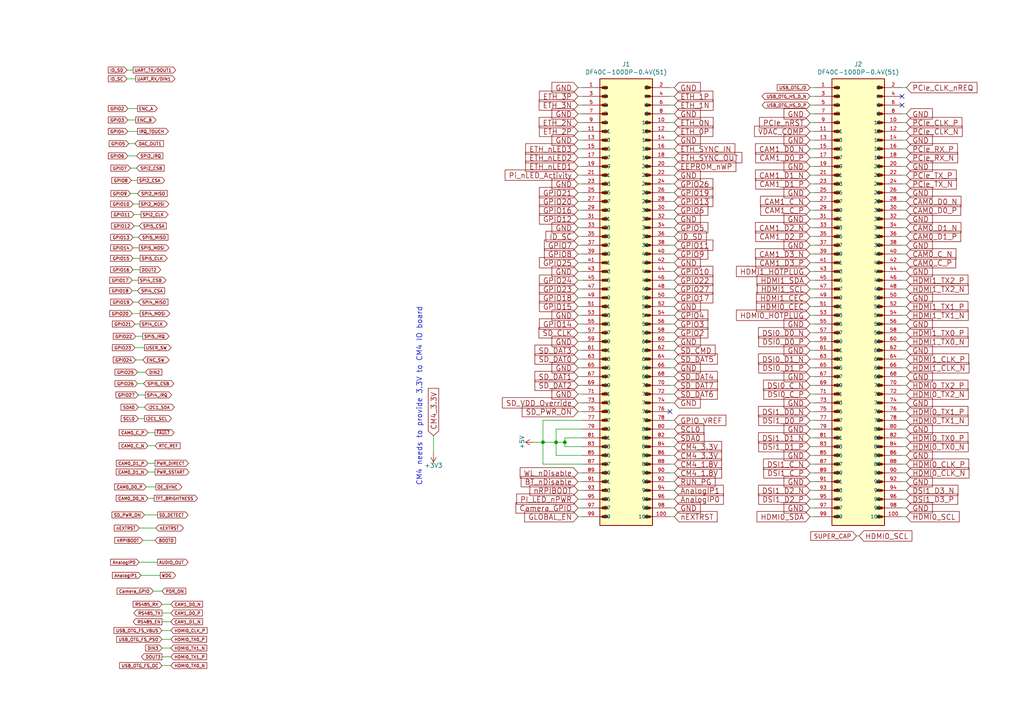
<source format=kicad_sch>
(kicad_sch (version 20230121) (generator eeschema)
  (paper "A4")
  (junction (at 157.48 128.27))
  (junction (at 163.83 128.27))
  (junction (at 161.29 128.27))
  (no_connect (at 261.62 27.94))
  (no_connect (at 194.31 119.38))
  (no_connect (at 261.62 30.48))
  (wire (pts (xy 167.64 88.9) (xy 168.91 88.9)))
  (wire (pts (xy 234.95 91.44) (xy 236.22 91.44)))
  (wire (pts (xy 261.62 106.68) (xy 262.89 106.68)))
  (wire (pts (xy 38.862 65.532) (xy 40.386 65.532)))
  (wire (pts (xy 194.31 149.86) (xy 195.58 149.86)))
  (wire (pts (xy 37.084 31.496) (xy 39.878 31.496)))
  (wire (pts (xy 236.22 134.62) (xy 234.95 134.62)))
  (wire (pts (xy 195.58 93.98) (xy 194.31 93.98)))
  (wire (pts (xy 194.31 139.7) (xy 195.58 139.7)))
  (wire (pts (xy 236.22 78.74) (xy 234.95 78.74)))
  (wire (pts (xy 261.62 38.1) (xy 262.89 38.1)))
  (wire (pts (xy 236.22 101.6) (xy 234.95 101.6)))
  (wire (pts (xy 157.48 128.27) (xy 154.94 128.27)))
  (wire (pts (xy 236.22 38.1) (xy 234.95 38.1)))
  (wire (pts (xy 261.62 111.76) (xy 262.89 111.76)))
  (wire (pts (xy 248.412 155.448) (xy 249.174 155.448)))
  (wire (pts (xy 42.926 125.476) (xy 44.958 125.476)))
  (wire (pts (xy 161.29 132.08) (xy 161.29 128.27)))
  (wire (pts (xy 234.95 27.94) (xy 236.22 27.94)))
  (wire (pts (xy 125.73 131.445) (xy 125.73 126.365)))
  (wire (pts (xy 194.31 132.08) (xy 195.58 132.08)))
  (wire (pts (xy 236.22 68.58) (xy 234.95 68.58)))
  (wire (pts (xy 38.608 68.834) (xy 40.132 68.834)))
  (wire (pts (xy 168.91 132.08) (xy 161.29 132.08)))
  (wire (pts (xy 261.62 149.86) (xy 262.89 149.86)))
  (wire (pts (xy 262.89 71.12) (xy 261.62 71.12)))
  (wire (pts (xy 261.62 137.16) (xy 262.89 137.16)))
  (wire (pts (xy 194.31 48.26) (xy 195.58 48.26)))
  (wire (pts (xy 262.89 104.14) (xy 261.62 104.14)))
  (wire (pts (xy 234.95 96.52) (xy 236.22 96.52)))
  (wire (pts (xy 236.22 139.7) (xy 234.95 139.7)))
  (wire (pts (xy 234.95 71.12) (xy 236.22 71.12)))
  (wire (pts (xy 167.64 139.7) (xy 168.91 139.7)))
  (wire (pts (xy 194.31 53.34) (xy 195.58 53.34)))
  (wire (pts (xy 168.91 48.26) (xy 167.64 48.26)))
  (wire (pts (xy 234.95 55.88) (xy 236.22 55.88)))
  (wire (pts (xy 168.91 43.18) (xy 167.64 43.18)))
  (wire (pts (xy 167.64 93.98) (xy 168.91 93.98)))
  (wire (pts (xy 261.62 45.72) (xy 262.89 45.72)))
  (wire (pts (xy 163.83 127) (xy 163.83 128.27)))
  (wire (pts (xy 262.89 63.5) (xy 261.62 63.5)))
  (wire (pts (xy 40.386 153.162) (xy 45.212 153.162)))
  (wire (pts (xy 194.31 101.6) (xy 195.58 101.6)))
  (wire (pts (xy 167.64 149.86) (xy 168.91 149.86)))
  (wire (pts (xy 36.83 20.32) (xy 38.608 20.32)))
  (wire (pts (xy 168.91 33.02) (xy 167.64 33.02)))
  (wire (pts (xy 194.31 91.44) (xy 195.58 91.44)))
  (wire (pts (xy 194.31 81.28) (xy 195.58 81.28)))
  (wire (pts (xy 194.31 86.36) (xy 195.58 86.36)))
  (wire (pts (xy 39.878 107.95) (xy 42.164 107.95)))
  (wire (pts (xy 194.31 114.3) (xy 195.58 114.3)))
  (wire (pts (xy 261.62 119.38) (xy 262.89 119.38)))
  (wire (pts (xy 39.37 97.536) (xy 41.402 97.536)))
  (wire (pts (xy 234.95 60.96) (xy 236.22 60.96)))
  (wire (pts (xy 167.64 25.4) (xy 168.91 25.4)))
  (wire (pts (xy 167.64 53.34) (xy 168.91 53.34)))
  (wire (pts (xy 38.354 81.28) (xy 40.132 81.28)))
  (wire (pts (xy 168.91 121.92) (xy 157.48 121.92)))
  (wire (pts (xy 37.846 56.134) (xy 39.878 56.134)))
  (wire (pts (xy 195.58 137.16) (xy 194.31 137.16)))
  (wire (pts (xy 262.89 55.88) (xy 261.62 55.88)))
  (wire (pts (xy 41.91 149.352) (xy 45.72 149.352)))
  (wire (pts (xy 262.89 86.36) (xy 261.62 86.36)))
  (wire (pts (xy 167.64 78.74) (xy 168.91 78.74)))
  (wire (pts (xy 234.95 119.38) (xy 236.22 119.38)))
  (wire (pts (xy 163.83 127) (xy 168.91 127)))
  (wire (pts (xy 194.31 104.14) (xy 195.58 104.14)))
  (wire (pts (xy 262.89 116.84) (xy 261.62 116.84)))
  (wire (pts (xy 168.91 142.24) (xy 167.64 142.24)))
  (wire (pts (xy 262.89 81.28) (xy 261.62 81.28)))
  (wire (pts (xy 261.62 78.74) (xy 262.89 78.74)))
  (wire (pts (xy 46.99 175.26) (xy 49.53 175.26)))
  (wire (pts (xy 195.58 99.06) (xy 194.31 99.06)))
  (wire (pts (xy 168.91 96.52) (xy 167.64 96.52)))
  (wire (pts (xy 195.58 88.9) (xy 194.31 88.9)))
  (wire (pts (xy 168.91 50.8) (xy 167.64 50.8)))
  (wire (pts (xy 161.29 128.27) (xy 157.48 128.27)))
  (wire (pts (xy 194.31 33.02) (xy 195.58 33.02)))
  (wire (pts (xy 194.31 63.5) (xy 195.58 63.5)))
  (wire (pts (xy 194.31 142.24) (xy 195.58 142.24)))
  (wire (pts (xy 236.22 43.18) (xy 234.95 43.18)))
  (wire (pts (xy 234.95 86.36) (xy 236.22 86.36)))
  (wire (pts (xy 46.99 190.5) (xy 49.53 190.5)))
  (wire (pts (xy 167.64 114.3) (xy 168.91 114.3)))
  (wire (pts (xy 194.31 109.22) (xy 195.58 109.22)))
  (wire (pts (xy 262.89 99.06) (xy 261.62 99.06)))
  (wire (pts (xy 195.58 66.04) (xy 194.31 66.04)))
  (wire (pts (xy 195.58 106.68) (xy 194.31 106.68)))
  (wire (pts (xy 168.91 91.44) (xy 167.64 91.44)))
  (wire (pts (xy 234.95 114.3) (xy 236.22 114.3)))
  (wire (pts (xy 46.99 187.96) (xy 49.53 187.96)))
  (wire (pts (xy 236.22 121.92) (xy 234.95 121.92)))
  (wire (pts (xy 236.22 33.02) (xy 234.95 33.02)))
  (wire (pts (xy 261.62 53.34) (xy 262.89 53.34)))
  (wire (pts (xy 194.31 147.32) (xy 195.58 147.32)))
  (wire (pts (xy 42.418 141.224) (xy 45.212 141.224)))
  (wire (pts (xy 262.89 48.26) (xy 261.62 48.26)))
  (wire (pts (xy 38.608 71.882) (xy 40.386 71.882)))
  (wire (pts (xy 234.95 144.78) (xy 236.22 144.78)))
  (wire (pts (xy 236.22 63.5) (xy 234.95 63.5)))
  (wire (pts (xy 167.64 106.68) (xy 168.91 106.68)))
  (wire (pts (xy 234.95 104.14) (xy 236.22 104.14)))
  (wire (pts (xy 167.64 27.94) (xy 168.91 27.94)))
  (wire (pts (xy 168.91 137.16) (xy 167.64 137.16)))
  (wire (pts (xy 261.62 68.58) (xy 262.89 68.58)))
  (wire (pts (xy 46.99 180.34) (xy 49.53 180.34)))
  (wire (pts (xy 167.64 38.1) (xy 168.91 38.1)))
  (wire (pts (xy 262.89 93.98) (xy 261.62 93.98)))
  (wire (pts (xy 261.62 127) (xy 262.89 127)))
  (wire (pts (xy 195.58 25.4) (xy 194.31 25.4)))
  (wire (pts (xy 39.37 104.394) (xy 41.402 104.394)))
  (wire (pts (xy 236.22 129.54) (xy 234.95 129.54)))
  (wire (pts (xy 262.89 109.22) (xy 261.62 109.22)))
  (wire (pts (xy 167.64 104.14) (xy 168.91 104.14)))
  (wire (pts (xy 262.89 134.62) (xy 261.62 134.62)))
  (wire (pts (xy 37.338 41.656) (xy 39.116 41.656)))
  (wire (pts (xy 168.91 81.28) (xy 167.64 81.28)))
  (wire (pts (xy 261.62 144.78) (xy 262.89 144.78)))
  (wire (pts (xy 262.89 129.54) (xy 261.62 129.54)))
  (wire (pts (xy 39.116 100.838) (xy 41.91 100.838)))
  (wire (pts (xy 261.62 83.82) (xy 262.89 83.82)))
  (wire (pts (xy 38.354 90.932) (xy 40.64 90.932)))
  (wire (pts (xy 195.58 71.12) (xy 194.31 71.12)))
  (wire (pts (xy 195.58 144.78) (xy 194.31 144.78)))
  (wire (pts (xy 39.878 111.252) (xy 41.656 111.252)))
  (wire (pts (xy 234.95 40.64) (xy 236.22 40.64)))
  (wire (pts (xy 195.58 116.84) (xy 194.31 116.84)))
  (wire (pts (xy 41.402 156.718) (xy 44.958 156.718)))
  (wire (pts (xy 40.132 114.554) (xy 42.164 114.554)))
  (wire (pts (xy 38.1 52.324) (xy 39.878 52.324)))
  (wire (pts (xy 194.31 124.46) (xy 195.58 124.46)))
  (wire (pts (xy 44.45 171.45) (xy 46.99 171.45)))
  (wire (pts (xy 262.89 33.02) (xy 261.62 33.02)))
  (wire (pts (xy 236.22 111.76) (xy 234.95 111.76)))
  (wire (pts (xy 234.95 132.08) (xy 236.22 132.08)))
  (wire (pts (xy 46.99 182.88) (xy 49.53 182.88)))
  (wire (pts (xy 37.846 48.768) (xy 39.624 48.768)))
  (wire (pts (xy 236.22 147.32) (xy 234.95 147.32)))
  (wire (pts (xy 194.31 27.94) (xy 195.58 27.94)))
  (wire (pts (xy 42.926 134.366) (xy 44.958 134.366)))
  (wire (pts (xy 167.64 99.06) (xy 168.91 99.06)))
  (wire (pts (xy 46.99 185.42) (xy 49.53 185.42)))
  (wire (pts (xy 194.31 73.66) (xy 195.58 73.66)))
  (wire (pts (xy 46.99 193.04) (xy 49.53 193.04)))
  (wire (pts (xy 236.22 93.98) (xy 234.95 93.98)))
  (wire (pts (xy 195.58 76.2) (xy 194.31 76.2)))
  (wire (pts (xy 168.91 76.2) (xy 167.64 76.2)))
  (wire (pts (xy 37.084 38.1) (xy 39.878 38.1)))
  (wire (pts (xy 194.31 38.1) (xy 195.58 38.1)))
  (wire (pts (xy 38.354 84.328) (xy 39.878 84.328)))
  (wire (pts (xy 161.29 124.46) (xy 161.29 128.27)))
  (wire (pts (xy 234.95 137.16) (xy 236.22 137.16)))
  (wire (pts (xy 40.132 118.11) (xy 41.91 118.11)))
  (wire (pts (xy 168.91 129.54) (xy 163.83 129.54)))
  (wire (pts (xy 37.084 45.212) (xy 39.624 45.212)))
  (wire (pts (xy 167.64 68.58) (xy 168.91 68.58)))
  (wire (pts (xy 168.91 101.6) (xy 167.64 101.6)))
  (wire (pts (xy 38.608 74.93) (xy 40.64 74.93)))
  (wire (pts (xy 261.62 60.96) (xy 262.89 60.96)))
  (wire (pts (xy 194.31 134.62) (xy 195.58 134.62)))
  (wire (pts (xy 236.22 58.42) (xy 234.95 58.42)))
  (wire (pts (xy 194.31 58.42) (xy 195.58 58.42)))
  (wire (pts (xy 195.58 111.76) (xy 194.31 111.76)))
  (wire (pts (xy 262.89 121.92) (xy 261.62 121.92)))
  (wire (pts (xy 168.91 109.22) (xy 167.64 109.22)))
  (wire (pts (xy 262.89 40.64) (xy 261.62 40.64)))
  (wire (pts (xy 234.95 25.4) (xy 236.22 25.4)))
  (wire (pts (xy 195.58 50.8) (xy 194.31 50.8)))
  (wire (pts (xy 168.91 86.36) (xy 167.64 86.36)))
  (wire (pts (xy 157.48 121.92) (xy 157.48 128.27)))
  (wire (pts (xy 168.91 144.78) (xy 167.64 144.78)))
  (wire (pts (xy 195.58 127) (xy 194.31 127)))
  (wire (pts (xy 234.95 50.8) (xy 236.22 50.8)))
  (wire (pts (xy 36.83 22.86) (xy 39.37 22.86)))
  (wire (pts (xy 168.91 124.46) (xy 161.29 124.46)))
  (wire (pts (xy 261.62 50.8) (xy 262.89 50.8)))
  (wire (pts (xy 261.62 91.44) (xy 262.89 91.44)))
  (wire (pts (xy 261.62 114.3) (xy 262.89 114.3)))
  (wire (pts (xy 234.95 35.56) (xy 236.22 35.56)))
  (wire (pts (xy 40.386 163.068) (xy 45.72 163.068)))
  (wire (pts (xy 167.64 45.72) (xy 168.91 45.72)))
  (wire (pts (xy 236.22 106.68) (xy 234.95 106.68)))
  (wire (pts (xy 194.31 78.74) (xy 195.58 78.74)))
  (wire (pts (xy 195.58 35.56) (xy 194.31 35.56)))
  (wire (pts (xy 168.91 111.76) (xy 167.64 111.76)))
  (wire (pts (xy 236.22 53.34) (xy 234.95 53.34)))
  (wire (pts (xy 261.62 66.04) (xy 262.89 66.04)))
  (wire (pts (xy 163.83 129.54) (xy 163.83 128.27)))
  (wire (pts (xy 157.48 128.27) (xy 157.48 134.62)))
  (wire (pts (xy 163.83 128.27) (xy 161.29 128.27)))
  (wire (pts (xy 167.64 58.42) (xy 168.91 58.42)))
  (wire (pts (xy 167.64 30.48) (xy 168.91 30.48)))
  (wire (pts (xy 38.608 59.182) (xy 40.386 59.182)))
  (wire (pts (xy 42.926 129.286) (xy 44.958 129.286)))
  (wire (pts (xy 195.58 40.64) (xy 194.31 40.64)))
  (wire (pts (xy 234.95 66.04) (xy 236.22 66.04)))
  (wire (pts (xy 262.89 76.2) (xy 261.62 76.2)))
  (wire (pts (xy 42.926 144.526) (xy 44.704 144.526)))
  (wire (pts (xy 194.31 68.58) (xy 195.58 68.58)))
  (wire (pts (xy 261.62 35.56) (xy 262.89 35.56)))
  (wire (pts (xy 168.91 71.12) (xy 167.64 71.12)))
  (wire (pts (xy 195.58 55.88) (xy 194.31 55.88)))
  (wire (pts (xy 37.084 34.798) (xy 39.37 34.798)))
  (wire (pts (xy 234.95 99.06) (xy 236.22 99.06)))
  (wire (pts (xy 236.22 73.66) (xy 234.95 73.66)))
  (wire (pts (xy 194.31 43.18) (xy 195.58 43.18)))
  (wire (pts (xy 261.62 73.66) (xy 262.89 73.66)))
  (wire (pts (xy 234.95 45.72) (xy 236.22 45.72)))
  (wire (pts (xy 262.89 142.24) (xy 261.62 142.24)))
  (wire (pts (xy 234.95 149.86) (xy 236.22 149.86)))
  (wire (pts (xy 195.58 121.92) (xy 194.31 121.92)))
  (wire (pts (xy 167.64 73.66) (xy 168.91 73.66)))
  (wire (pts (xy 40.894 166.878) (xy 46.482 166.878)))
  (wire (pts (xy 168.91 116.84) (xy 167.64 116.84)))
  (wire (pts (xy 234.95 76.2) (xy 236.22 76.2)))
  (wire (pts (xy 234.95 127) (xy 236.22 127)))
  (wire (pts (xy 236.22 48.26) (xy 234.95 48.26)))
  (wire (pts (xy 167.64 83.82) (xy 168.91 83.82)))
  (wire (pts (xy 167.64 63.5) (xy 168.91 63.5)))
  (wire (pts (xy 38.608 87.63) (xy 40.132 87.63)))
  (wire (pts (xy 168.91 55.88) (xy 167.64 55.88)))
  (wire (pts (xy 236.22 116.84) (xy 234.95 116.84)))
  (wire (pts (xy 261.62 25.4) (xy 262.89 25.4)))
  (wire (pts (xy 167.64 147.32) (xy 168.91 147.32)))
  (wire (pts (xy 234.95 124.46) (xy 236.22 124.46)))
  (wire (pts (xy 261.62 101.6) (xy 262.89 101.6)))
  (wire (pts (xy 38.862 62.23) (xy 40.894 62.23)))
  (wire (pts (xy 40.132 121.412) (xy 41.91 121.412)))
  (wire (pts (xy 261.62 139.7) (xy 262.89 139.7)))
  (wire (pts (xy 236.22 88.9) (xy 234.95 88.9)))
  (wire (pts (xy 168.91 66.04) (xy 167.64 66.04)))
  (wire (pts (xy 234.95 81.28) (xy 236.22 81.28)))
  (wire (pts (xy 46.99 177.8) (xy 49.53 177.8)))
  (wire (pts (xy 195.58 60.96) (xy 194.31 60.96)))
  (wire (pts (xy 261.62 43.18) (xy 262.89 43.18)))
  (wire (pts (xy 168.91 60.96) (xy 167.64 60.96)))
  (wire (pts (xy 167.64 40.64) (xy 168.91 40.64)))
  (wire (pts (xy 195.58 45.72) (xy 194.31 45.72)))
  (wire (pts (xy 195.58 30.48) (xy 194.31 30.48)))
  (wire (pts (xy 262.89 147.32) (xy 261.62 147.32)))
  (wire (pts (xy 194.31 96.52) (xy 195.58 96.52)))
  (wire (pts (xy 234.95 30.48) (xy 236.22 30.48)))
  (wire (pts (xy 157.48 134.62) (xy 168.91 134.62)))
  (wire (pts (xy 194.31 129.54) (xy 195.58 129.54)))
  (wire (pts (xy 261.62 96.52) (xy 262.89 96.52)))
  (wire (pts (xy 262.89 58.42) (xy 261.62 58.42)))
  (wire (pts (xy 38.608 78.232) (xy 40.64 78.232)))
  (wire (pts (xy 236.22 83.82) (xy 234.95 83.82)))
  (wire (pts (xy 42.926 136.906) (xy 44.958 136.906)))
  (wire (pts (xy 234.95 142.24) (xy 236.22 142.24)))
  (wire (pts (xy 167.64 35.56) (xy 168.91 35.56)))
  (wire (pts (xy 195.58 83.82) (xy 194.31 83.82)))
  (wire (pts (xy 261.62 88.9) (xy 262.89 88.9)))
  (wire (pts (xy 261.62 132.08) (xy 262.89 132.08)))
  (wire (pts (xy 234.95 109.22) (xy 236.22 109.22)))
  (wire (pts (xy 39.116 93.98) (xy 40.64 93.98)))
  (wire (pts (xy 261.62 124.46) (xy 262.89 124.46)))
  (wire (pts (xy 167.64 119.38) (xy 168.91 119.38)))
  (text "CM4 needs to provide 3.3V to CM4 IO board" (at 122.555 140.97 90) (effects (font (size 1.524 1.524)) (justify left bottom)))
  (global_label "GND" (shape input) (at 167.64 33.02 180) (effects (font (size 1.524 1.524))) (property "Intersheetrefs" "${INTERSHEET_REFS}" (effects hide)))
  (global_label "GPIO14" (shape input) (at 38.608 71.882 180) (effects (font (size 0.889 0.889))) (property "Intersheetrefs" "${INTERSHEET_REFS}" (effects hide)))
  (global_label "HDMI0_CLK_P" (shape input) (at 49.53 182.88 0) (effects (font (size 0.889 0.889))) (property "Intersheetrefs" "${INTERSHEET_REFS}" (effects hide)))
  (global_label "ENC_A" (shape output) (at 39.878 31.496 0) (effects (font (size 0.889 0.889))) (property "Intersheetrefs" "${INTERSHEET_REFS}" (effects hide)))
  (global_label "SD_CMD" (shape input) (at 195.58 101.6 0) (effects (font (size 1.524 1.524))) (property "Intersheetrefs" "${INTERSHEET_REFS}" (effects hide)))
  (global_label "ETH_SYNC_IN" (shape input) (at 195.58 43.18 0) (effects (font (size 1.524 1.524))) (property "Intersheetrefs" "${INTERSHEET_REFS}" (effects hide)))
  (global_label "GPIO17" (shape input) (at 38.354 81.28 180) (effects (font (size 0.889 0.889))) (property "Intersheetrefs" "${INTERSHEET_REFS}" (effects hide)))
  (global_label "HDMI1_TX1_P" (shape input) (at 262.89 88.9 0) (effects (font (size 1.524 1.524))) (property "Intersheetrefs" "${INTERSHEET_REFS}" (effects hide)))
  (global_label "CAM1_D3_P" (shape input) (at 234.95 76.2 180) (effects (font (size 1.524 1.524))) (property "Intersheetrefs" "${INTERSHEET_REFS}" (effects hide)))
  (global_label "USB_OTG_FS_PSO" (shape input) (at 46.99 185.42 180) (effects (font (size 0.889 0.889))) (property "Intersheetrefs" "${INTERSHEET_REFS}" (effects hide)))
  (global_label "HDMI1_TX2_N" (shape input) (at 262.89 83.82 0) (effects (font (size 1.524 1.524))) (property "Intersheetrefs" "${INTERSHEET_REFS}" (effects hide)))
  (global_label "ID_SC" (shape input) (at 36.83 22.86 180) (effects (font (size 0.889 0.889))) (property "Intersheetrefs" "${INTERSHEET_REFS}" (effects hide)))
  (global_label "HDMI1_CEC" (shape input) (at 234.95 86.36 180) (effects (font (size 1.524 1.524))) (property "Intersheetrefs" "${INTERSHEET_REFS}" (effects hide)))
  (global_label "GND" (shape input) (at 234.95 147.32 180) (effects (font (size 1.524 1.524))) (property "Intersheetrefs" "${INTERSHEET_REFS}" (effects hide)))
  (global_label "CM4_1.8V" (shape input) (at 195.58 134.62 0) (effects (font (size 1.524 1.524))) (property "Intersheetrefs" "${INTERSHEET_REFS}" (effects hide)))
  (global_label "GPIO5" (shape input) (at 37.338 41.656 180) (effects (font (size 0.889 0.889))) (property "Intersheetrefs" "${INTERSHEET_REFS}" (effects hide)))
  (global_label "CAM1_D0_N" (shape input) (at 49.53 175.26 0) (effects (font (size 0.889 0.889))) (property "Intersheetrefs" "${INTERSHEET_REFS}" (effects hide)))
  (global_label "GPIO26" (shape input) (at 195.58 53.34 0) (effects (font (size 1.524 1.524))) (property "Intersheetrefs" "${INTERSHEET_REFS}" (effects hide)))
  (global_label "PCIe_CLK_P" (shape input) (at 262.89 35.56 0) (effects (font (size 1.524 1.524))) (property "Intersheetrefs" "${INTERSHEET_REFS}" (effects hide)))
  (global_label "CAM1_D1_N" (shape input) (at 234.95 50.8 180) (effects (font (size 1.524 1.524))) (property "Intersheetrefs" "${INTERSHEET_REFS}" (effects hide)))
  (global_label "USB_OTG_ID" (shape input) (at 234.95 25.4 180) (effects (font (size 0.889 0.889))) (property "Intersheetrefs" "${INTERSHEET_REFS}" (effects hide)))
  (global_label "GND" (shape input) (at 195.58 63.5 0) (effects (font (size 1.524 1.524))) (property "Intersheetrefs" "${INTERSHEET_REFS}" (effects hide)))
  (global_label "ID_SC" (shape input) (at 167.64 68.58 180) (effects (font (size 1.524 1.524))) (property "Intersheetrefs" "${INTERSHEET_REFS}" (effects hide)))
  (global_label "PCIe_CLK_N" (shape input) (at 262.89 38.1 0) (effects (font (size 1.524 1.524))) (property "Intersheetrefs" "${INTERSHEET_REFS}" (effects hide)))
  (global_label "GND" (shape input) (at 167.64 91.44 180) (effects (font (size 1.524 1.524))) (property "Intersheetrefs" "${INTERSHEET_REFS}" (effects hide)))
  (global_label "CAM1_C_N" (shape input) (at 234.95 58.42 180) (effects (font (size 1.524 1.524))) (property "Intersheetrefs" "${INTERSHEET_REFS}" (effects hide)))
  (global_label "GPIO3" (shape input) (at 195.58 93.98 0) (effects (font (size 1.524 1.524))) (property "Intersheetrefs" "${INTERSHEET_REFS}" (effects hide)))
  (global_label "GPIO8" (shape input) (at 38.1 52.324 180) (effects (font (size 0.889 0.889))) (property "Intersheetrefs" "${INTERSHEET_REFS}" (effects hide)))
  (global_label "nEXTRST" (shape bidirectional) (at 45.212 153.162 0) (effects (font (size 0.889 0.889))) (property "Intersheetrefs" "${INTERSHEET_REFS}" (effects hide)))
  (global_label "GND" (shape input) (at 195.58 25.4 0) (effects (font (size 1.524 1.524))) (property "Intersheetrefs" "${INTERSHEET_REFS}" (effects hide)))
  (global_label "ETH_2N" (shape input) (at 167.64 35.56 180) (effects (font (size 1.524 1.524))) (property "Intersheetrefs" "${INTERSHEET_REFS}" (effects hide)))
  (global_label "HDMI0_CLK_N" (shape input) (at 262.89 137.16 0) (effects (font (size 1.524 1.524))) (property "Intersheetrefs" "${INTERSHEET_REFS}" (effects hide)))
  (global_label "SDA0" (shape input) (at 195.58 127 0) (effects (font (size 1.524 1.524))) (property "Intersheetrefs" "${INTERSHEET_REFS}" (effects hide)))
  (global_label "SPI4_CSA" (shape input) (at 39.878 84.328 0) (effects (font (size 0.889 0.889))) (property "Intersheetrefs" "${INTERSHEET_REFS}" (effects hide)))
  (global_label "GPIO12" (shape input) (at 38.862 65.532 180) (effects (font (size 0.889 0.889))) (property "Intersheetrefs" "${INTERSHEET_REFS}" (effects hide)))
  (global_label "GPIO13" (shape input) (at 195.58 58.42 0) (effects (font (size 1.524 1.524))) (property "Intersheetrefs" "${INTERSHEET_REFS}" (effects hide)))
  (global_label "CAM0_C_N" (shape input) (at 42.926 129.286 180) (effects (font (size 0.889 0.889))) (property "Intersheetrefs" "${INTERSHEET_REFS}" (effects hide)))
  (global_label "RTC_REF" (shape input) (at 44.958 129.286 0) (effects (font (size 0.889 0.889))) (property "Intersheetrefs" "${INTERSHEET_REFS}" (effects hide)))
  (global_label "SPI4_CSB" (shape output) (at 40.132 81.28 0) (effects (font (size 0.889 0.889))) (property "Intersheetrefs" "${INTERSHEET_REFS}" (effects hide)))
  (global_label "GND" (shape input) (at 234.95 139.7 180) (effects (font (size 1.524 1.524))) (property "Intersheetrefs" "${INTERSHEET_REFS}" (effects hide)))
  (global_label "DSI0_C_N" (shape input) (at 234.95 111.76 180) (effects (font (size 1.524 1.524))) (property "Intersheetrefs" "${INTERSHEET_REFS}" (effects hide)))
  (global_label "GPIO9" (shape input) (at 37.846 56.134 180) (effects (font (size 0.889 0.889))) (property "Intersheetrefs" "${INTERSHEET_REFS}" (effects hide)))
  (global_label "DSI1_D0_P" (shape input) (at 234.95 121.92 180) (effects (font (size 1.524 1.524))) (property "Intersheetrefs" "${INTERSHEET_REFS}" (effects hide)))
  (global_label "RS485_TX" (shape output) (at 46.99 177.8 180) (effects (font (size 0.889 0.889))) (property "Intersheetrefs" "${INTERSHEET_REFS}" (effects hide)))
  (global_label "GPIO18" (shape input) (at 38.354 84.328 180) (effects (font (size 0.889 0.889))) (property "Intersheetrefs" "${INTERSHEET_REFS}" (effects hide)))
  (global_label "GND" (shape input) (at 262.89 147.32 0) (effects (font (size 1.524 1.524))) (property "Intersheetrefs" "${INTERSHEET_REFS}" (effects hide)))
  (global_label "SPI4_MOSI" (shape output) (at 40.64 90.932 0) (effects (font (size 0.889 0.889))) (property "Intersheetrefs" "${INTERSHEET_REFS}" (effects hide)))
  (global_label "PWR_DIRECT" (shape output) (at 44.958 134.366 0) (effects (font (size 0.889 0.889))) (property "Intersheetrefs" "${INTERSHEET_REFS}" (effects hide)))
  (global_label "GND" (shape input) (at 195.58 76.2 0) (effects (font (size 1.524 1.524))) (property "Intersheetrefs" "${INTERSHEET_REFS}" (effects hide)))
  (global_label "GPIO13" (shape input) (at 38.608 68.834 180) (effects (font (size 0.889 0.889))) (property "Intersheetrefs" "${INTERSHEET_REFS}" (effects hide)))
  (global_label "GND" (shape input) (at 262.89 109.22 0) (effects (font (size 1.524 1.524))) (property "Intersheetrefs" "${INTERSHEET_REFS}" (effects hide)))
  (global_label "ID_SD" (shape input) (at 195.58 68.58 0) (effects (font (size 1.524 1.524))) (property "Intersheetrefs" "${INTERSHEET_REFS}" (effects hide)))
  (global_label "ETH_nLED1" (shape input) (at 167.64 48.26 180) (effects (font (size 1.524 1.524))) (property "Intersheetrefs" "${INTERSHEET_REFS}" (effects hide)))
  (global_label "GPIO25" (shape input) (at 39.878 107.95 180) (effects (font (size 0.889 0.889))) (property "Intersheetrefs" "${INTERSHEET_REFS}" (effects hide)))
  (global_label "GPIO27" (shape input) (at 40.132 114.554 180) (effects (font (size 0.889 0.889))) (property "Intersheetrefs" "${INTERSHEET_REFS}" (effects hide)))
  (global_label "HDMI0_TX1_P" (shape input) (at 262.89 119.38 0) (effects (font (size 1.524 1.524))) (property "Intersheetrefs" "${INTERSHEET_REFS}" (effects hide)))
  (global_label "ETH_3P" (shape input) (at 167.64 27.94 180) (effects (font (size 1.524 1.524))) (property "Intersheetrefs" "${INTERSHEET_REFS}" (effects hide)))
  (global_label "GPIO24" (shape input) (at 39.37 104.394 180) (effects (font (size 0.889 0.889))) (property "Intersheetrefs" "${INTERSHEET_REFS}" (effects hide)))
  (global_label "GND" (shape input) (at 167.64 66.04 180) (effects (font (size 1.524 1.524))) (property "Intersheetrefs" "${INTERSHEET_REFS}" (effects hide)))
  (global_label "AnalogIP0" (shape input) (at 195.58 144.78 0) (effects (font (size 1.524 1.524))) (property "Intersheetrefs" "${INTERSHEET_REFS}" (effects hide)))
  (global_label "SD_DAT5" (shape input) (at 195.58 104.14 0) (effects (font (size 1.524 1.524))) (property "Intersheetrefs" "${INTERSHEET_REFS}" (effects hide)))
  (global_label "GPIO6" (shape input) (at 37.084 45.212 180) (effects (font (size 0.889 0.889))) (property "Intersheetrefs" "${INTERSHEET_REFS}" (effects hide)))
  (global_label "ETH_1P" (shape input) (at 195.58 27.94 0) (effects (font (size 1.524 1.524))) (property "Intersheetrefs" "${INTERSHEET_REFS}" (effects hide)))
  (global_label "AnalogIP1" (shape input) (at 195.58 142.24 0) (effects (font (size 1.524 1.524))) (property "Intersheetrefs" "${INTERSHEET_REFS}" (effects hide)))
  (global_label "GPIO25" (shape input) (at 167.64 76.2 180) (effects (font (size 1.524 1.524))) (property "Intersheetrefs" "${INTERSHEET_REFS}" (effects hide)))
  (global_label "DSI1_D1_P" (shape input) (at 234.95 129.54 180) (effects (font (size 1.524 1.524))) (property "Intersheetrefs" "${INTERSHEET_REFS}" (effects hide)))
  (global_label "CAM1_D3_N" (shape input) (at 234.95 73.66 180) (effects (font (size 1.524 1.524))) (property "Intersheetrefs" "${INTERSHEET_REFS}" (effects hide)))
  (global_label "CAM1_D0_P" (shape input) (at 234.95 45.72 180) (effects (font (size 1.524 1.524))) (property "Intersheetrefs" "${INTERSHEET_REFS}" (effects hide)))
  (global_label "GPIO21" (shape input) (at 167.64 55.88 180) (effects (font (size 1.524 1.524))) (property "Intersheetrefs" "${INTERSHEET_REFS}" (effects hide)))
  (global_label "GND" (shape input) (at 262.89 33.02 0) (effects (font (size 1.524 1.524))) (property "Intersheetrefs" "${INTERSHEET_REFS}" (effects hide)))
  (global_label "ETH_0N" (shape input) (at 195.58 35.56 0) (effects (font (size 1.524 1.524))) (property "Intersheetrefs" "${INTERSHEET_REFS}" (effects hide)))
  (global_label "GND" (shape input) (at 262.89 101.6 0) (effects (font (size 1.524 1.524))) (property "Intersheetrefs" "${INTERSHEET_REFS}" (effects hide)))
  (global_label "HDMI0_SDA" (shape input) (at 234.95 149.86 180) (effects (font (size 1.524 1.524))) (property "Intersheetrefs" "${INTERSHEET_REFS}" (effects hide)))
  (global_label "GPIO22" (shape input) (at 195.58 81.28 0) (effects (font (size 1.524 1.524))) (property "Intersheetrefs" "${INTERSHEET_REFS}" (effects hide)))
  (global_label "ETH_2P" (shape input) (at 167.64 38.1 180) (effects (font (size 1.524 1.524))) (property "Intersheetrefs" "${INTERSHEET_REFS}" (effects hide)))
  (global_label "SD_DAT2" (shape input) (at 167.64 111.76 180) (effects (font (size 1.524 1.524))) (property "Intersheetrefs" "${INTERSHEET_REFS}" (effects hide)))
  (global_label "HDMI1_HOTPLUG" (shape input) (at 234.95 78.74 180) (effects (font (size 1.524 1.524))) (property "Intersheetrefs" "${INTERSHEET_REFS}" (effects hide)))
  (global_label "DOUT2" (shape output) (at 40.64 78.232 0) (effects (font (size 0.889 0.889))) (property "Intersheetrefs" "${INTERSHEET_REFS}" (effects hide)))
  (global_label "GND" (shape input) (at 195.58 50.8 0) (effects (font (size 1.524 1.524))) (property "Intersheetrefs" "${INTERSHEET_REFS}" (effects hide)))
  (global_label "OE_SYNC" (shape output) (at 45.212 141.224 0) (effects (font (size 0.889 0.889))) (property "Intersheetrefs" "${INTERSHEET_REFS}" (effects hide)))
  (global_label "HDMI0_TX0_N" (shape input) (at 262.89 129.54 0) (effects (font (size 1.524 1.524))) (property "Intersheetrefs" "${INTERSHEET_REFS}" (effects hide)))
  (global_label "HDMI1_TX0_P" (shape input) (at 262.89 96.52 0) (effects (font (size 1.524 1.524))) (property "Intersheetrefs" "${INTERSHEET_REFS}" (effects hide)))
  (global_label "CM4_1.8V" (shape input) (at 195.58 137.16 0) (effects (font (size 1.524 1.524))) (property "Intersheetrefs" "${INTERSHEET_REFS}" (effects hide)))
  (global_label "PDR_ON" (shape input) (at 46.99 171.45 0) (effects (font (size 0.889 0.889))) (property "Intersheetrefs" "${INTERSHEET_REFS}" (effects hide)))
  (global_label "HDMI0_TX1_N" (shape input) (at 49.53 187.96 0) (effects (font (size 0.889 0.889))) (property "Intersheetrefs" "${INTERSHEET_REFS}" (effects hide)))
  (global_label "HDMI1_TX2_P" (shape input) (at 262.89 81.28 0) (effects (font (size 1.524 1.524))) (property "Intersheetrefs" "${INTERSHEET_REFS}" (effects hide)))
  (global_label "HDMI0_TX0_P" (shape input) (at 262.89 127 0) (effects (font (size 1.524 1.524))) (property "Intersheetrefs" "${INTERSHEET_REFS}" (effects hide)))
  (global_label "SPI5_MOSI" (shape output) (at 40.386 71.882 0) (effects (font (size 0.889 0.889))) (property "Intersheetrefs" "${INTERSHEET_REFS}" (effects hide)))
  (global_label "GND" (shape input) (at 167.64 106.68 180) (effects (font (size 1.524 1.524))) (property "Intersheetrefs" "${INTERSHEET_REFS}" (effects hide)))
  (global_label "HDMI1_CLK_P" (shape input) (at 262.89 104.14 0) (effects (font (size 1.524 1.524))) (property "Intersheetrefs" "${INTERSHEET_REFS}" (effects hide)))
  (global_label "HDMI0_TX2_P" (shape input) (at 262.89 111.76 0) (effects (font (size 1.524 1.524))) (property "Intersheetrefs" "${INTERSHEET_REFS}" (effects hide)))
  (global_label "HDMI1_TX1_N" (shape input) (at 262.89 91.44 0) (effects (font (size 1.524 1.524))) (property "Intersheetrefs" "${INTERSHEET_REFS}" (effects hide)))
  (global_label "SD_VDD_Override" (shape input) (at 167.64 116.84 180) (effects (font (size 1.524 1.524))) (property "Intersheetrefs" "${INTERSHEET_REFS}" (effects hide)))
  (global_label "CAM0_D1_P" (shape input) (at 262.89 68.58 0) (effects (font (size 1.524 1.524))) (property "Intersheetrefs" "${INTERSHEET_REFS}" (effects hide)))
  (global_label "nEXTRST" (shape input) (at 195.58 149.86 0) (effects (font (size 1.524 1.524))) (property "Intersheetrefs" "${INTERSHEET_REFS}" (effects hide)))
  (global_label "USER_SW" (shape output) (at 41.91 100.838 0) (effects (font (size 0.889 0.889))) (property "Intersheetrefs" "${INTERSHEET_REFS}" (effects hide)))
  (global_label "GPIO3" (shape input) (at 37.084 34.798 180) (effects (font (size 0.889 0.889))) (property "Intersheetrefs" "${INTERSHEET_REFS}" (effects hide)))
  (global_label "SPI4_MISO" (shape input) (at 40.132 87.63 0) (effects (font (size 0.889 0.889))) (property "Intersheetrefs" "${INTERSHEET_REFS}" (effects hide)))
  (global_label "GND" (shape input) (at 195.58 116.84 0) (effects (font (size 1.524 1.524))) (property "Intersheetrefs" "${INTERSHEET_REFS}" (effects hide)))
  (global_label "CAM1_D1_P" (shape input) (at 234.95 53.34 180) (effects (font (size 1.524 1.524))) (property "Intersheetrefs" "${INTERSHEET_REFS}" (effects hide)))
  (global_label "USB_OTG_HS_D_N" (shape bidirectional) (at 234.95 27.94 180) (effects (font (size 0.889 0.889))) (property "Intersheetrefs" "${INTERSHEET_REFS}" (effects hide)))
  (global_label "HDMI0_TX0_P" (shape input) (at 49.53 185.42 0) (effects (font (size 0.889 0.889))) (property "Intersheetrefs" "${INTERSHEET_REFS}" (effects hide)))
  (global_label "SD_PWR_ON" (shape input) (at 167.64 119.38 180) (effects (font (size 1.524 1.524))) (property "Intersheetrefs" "${INTERSHEET_REFS}" (effects hide)))
  (global_label "UART_RX{slash}DIN1" (shape output) (at 39.37 22.86 0) (effects (font (size 0.889 0.889))) (property "Intersheetrefs" "${INTERSHEET_REFS}" (effects hide)))
  (global_label "GPIO15" (shape input) (at 167.64 88.9 180) (effects (font (size 1.524 1.524))) (property "Intersheetrefs" "${INTERSHEET_REFS}" (effects hide)))
  (global_label "DSI0_D1_P" (shape input) (at 234.95 106.68 180) (effects (font (size 1.524 1.524))) (property "Intersheetrefs" "${INTERSHEET_REFS}" (effects hide)))
  (global_label "GND" (shape input) (at 262.89 124.46 0) (effects (font (size 1.524 1.524))) (property "Intersheetrefs" "${INTERSHEET_REFS}" (effects hide)))
  (global_label "HDMI0_TX0_N" (shape input) (at 49.53 193.04 0) (effects (font (size 0.889 0.889))) (property "Intersheetrefs" "${INTERSHEET_REFS}" (effects hide)))
  (global_label "SCL0" (shape input) (at 195.58 124.46 0) (effects (font (size 1.524 1.524))) (property "Intersheetrefs" "${INTERSHEET_REFS}" (effects hide)))
  (global_label "GPIO_VREF" (shape input) (at 195.58 121.92 0) (effects (font (size 1.524 1.524))) (property "Intersheetrefs" "${INTERSHEET_REFS}" (effects hide)))
  (global_label "GPIO11" (shape input) (at 195.58 71.12 0) (effects (font (size 1.524 1.524))) (property "Intersheetrefs" "${INTERSHEET_REFS}" (effects hide)))
  (global_label "GPIO7" (shape input) (at 37.846 48.768 180) (effects (font (size 0.889 0.889))) (property "Intersheetrefs" "${INTERSHEET_REFS}" (effects hide)))
  (global_label "DSI0_C_P" (shape input) (at 234.95 114.3 180) (effects (font (size 1.524 1.524))) (property "Intersheetrefs" "${INTERSHEET_REFS}" (effects hide)))
  (global_label "CAM1_D2_N" (shape input) (at 234.95 66.04 180) (effects (font (size 1.524 1.524))) (property "Intersheetrefs" "${INTERSHEET_REFS}" (effects hide)))
  (global_label "GPIO4" (shape input) (at 37.084 38.1 180) (effects (font (size 0.889 0.889))) (property "Intersheetrefs" "${INTERSHEET_REFS}" (effects hide)))
  (global_label "GND" (shape input) (at 234.95 33.02 180) (effects (font (size 1.524 1.524))) (property "Intersheetrefs" "${INTERSHEET_REFS}" (effects hide)))
  (global_label "SD_DAT0" (shape input) (at 167.64 104.14 180) (effects (font (size 1.524 1.524))) (property "Intersheetrefs" "${INTERSHEET_REFS}" (effects hide)))
  (global_label "ETH_1N" (shape input) (at 195.58 30.48 0) (effects (font (size 1.524 1.524))) (property "Intersheetrefs" "${INTERSHEET_REFS}" (effects hide)))
  (global_label "DSI1_D1_N" (shape input) (at 234.95 127 180) (effects (font (size 1.524 1.524))) (property "Intersheetrefs" "${INTERSHEET_REFS}" (effects hide)))
  (global_label "GPIO7" (shape input) (at 167.64 71.12 180) (effects (font (size 1.524 1.524))) (property "Intersheetrefs" "${INTERSHEET_REFS}" (effects hide)))
  (global_label "SD_CLK" (shape input) (at 167.64 96.52 180) (effects (font (size 1.524 1.524))) (property "Intersheetrefs" "${INTERSHEET_REFS}" (effects hide)))
  (global_label "GPIO22" (shape input) (at 39.37 97.536 180) (effects (font (size 0.889 0.889))) (property "Intersheetrefs" "${INTERSHEET_REFS}" (effects hide)))
  (global_label "GPIO9" (shape input) (at 195.58 73.66 0) (effects (font (size 1.524 1.524))) (property "Intersheetrefs" "${INTERSHEET_REFS}" (effects hide)))
  (global_label "ETH_nLED3" (shape input) (at 167.64 43.18 180) (effects (font (size 1.524 1.524))) (property "Intersheetrefs" "${INTERSHEET_REFS}" (effects hide)))
  (global_label "GND" (shape input) (at 234.95 101.6 180) (effects (font (size 1.524 1.524))) (property "Intersheetrefs" "${INTERSHEET_REFS}" (effects hide)))
  (global_label "RS485_EN" (shape output) (at 46.99 180.34 180) (effects (font (size 0.889 0.889))) (property "Intersheetrefs" "${INTERSHEET_REFS}" (effects hide)))
  (global_label "CM4_3.3V" (shape input) (at 195.58 132.08 0) (effects (font (size 1.524 1.524))) (property "Intersheetrefs" "${INTERSHEET_REFS}" (effects hide)))
  (global_label "PCIe_TX_P" (shape input) (at 262.89 50.8 0) (effects (font (size 1.524 1.524))) (property "Intersheetrefs" "${INTERSHEET_REFS}" (effects hide)))
  (global_label "SD_DAT4" (shape input) (at 195.58 109.22 0) (effects (font (size 1.524 1.524))) (property "Intersheetrefs" "${INTERSHEET_REFS}" (effects hide)))
  (global_label "I2C1_SDA" (shape bidirectional) (at 41.91 118.11 0) (effects (font (size 0.889 0.889))) (property "Intersheetrefs" "${INTERSHEET_REFS}" (effects hide)))
  (global_label "CAM0_C_P" (shape input) (at 42.926 125.476 180) (effects (font (size 0.889 0.889))) (property "Intersheetrefs" "${INTERSHEET_REFS}" (effects hide)))
  (global_label "GPIO8" (shape input) (at 167.64 73.66 180) (effects (font (size 1.524 1.524))) (property "Intersheetrefs" "${INTERSHEET_REFS}" (effects hide)))
  (global_label "HDMI1_SDA" (shape input) (at 234.95 81.28 180) (effects (font (size 1.524 1.524))) (property "Intersheetrefs" "${INTERSHEET_REFS}" (effects hide)))
  (global_label "GPIO18" (shape input) (at 167.64 86.36 180) (effects (font (size 1.524 1.524))) (property "Intersheetrefs" "${INTERSHEET_REFS}" (effects hide)))
  (global_label "GND" (shape input) (at 234.95 124.46 180) (effects (font (size 1.524 1.524))) (property "Intersheetrefs" "${INTERSHEET_REFS}" (effects hide)))
  (global_label "ENC_SW" (shape bidirectional) (at 41.402 104.394 0) (effects (font (size 0.889 0.889))) (property "Intersheetrefs" "${INTERSHEET_REFS}" (effects hide)))
  (global_label "GPIO10" (shape input) (at 195.58 78.74 0) (effects (font (size 1.524 1.524))) (property "Intersheetrefs" "${INTERSHEET_REFS}" (effects hide)))
  (global_label "ENC_B" (shape output) (at 39.37 34.798 0) (effects (font (size 0.889 0.889))) (property "Intersheetrefs" "${INTERSHEET_REFS}" (effects hide)))
  (global_label "AnalogIP1" (shape input) (at 40.894 166.878 180) (effects (font (size 0.889 0.889))) (property "Intersheetrefs" "${INTERSHEET_REFS}" (effects hide)))
  (global_label "HDMI1_TX0_N" (shape input) (at 262.89 99.06 0) (effects (font (size 1.524 1.524))) (property "Intersheetrefs" "${INTERSHEET_REFS}" (effects hide)))
  (global_label "GND" (shape input) (at 234.95 109.22 180) (effects (font (size 1.524 1.524))) (property "Intersheetrefs" "${INTERSHEET_REFS}" (effects hide)))
  (global_label "Pi_nLED_Activity" (shape input) (at 167.64 50.8 180) (effects (font (size 1.524 1.524))) (property "Intersheetrefs" "${INTERSHEET_REFS}" (effects hide)))
  (global_label "GND" (shape input) (at 234.95 93.98 180) (effects (font (size 1.524 1.524))) (property "Intersheetrefs" "${INTERSHEET_REFS}" (effects hide)))
  (global_label "GPIO11" (shape input) (at 38.862 62.23 180) (effects (font (size 0.889 0.889))) (property "Intersheetrefs" "${INTERSHEET_REFS}" (effects hide)))
  (global_label "SD_DETECT" (shape output) (at 45.72 149.352 0) (effects (font (size 0.889 0.889))) (property "Intersheetrefs" "${INTERSHEET_REFS}" (effects hide)))
  (global_label "GPIO15" (shape input) (at 38.608 74.93 180) (effects (font (size 0.889 0.889))) (property "Intersheetrefs" "${INTERSHEET_REFS}" (effects hide)))
  (global_label "TFT_BRIGHTNESS" (shape output) (at 44.704 144.526 0) (effects (font (size 0.889 0.889))) (property "Intersheetrefs" "${INTERSHEET_REFS}" (effects hide)))
  (global_label "GPIO2" (shape input) (at 195.58 96.52 0) (effects (font (size 1.524 1.524))) (property "Intersheetrefs" "${INTERSHEET_REFS}" (effects hide)))
  (global_label "CAM0_D1_N" (shape input) (at 262.89 66.04 0) (effects (font (size 1.524 1.524))) (property "Intersheetrefs" "${INTERSHEET_REFS}" (effects hide)))
  (global_label "HDMI0_SCL" (shape input) (at 262.89 149.86 0) (effects (font (size 1.524 1.524))) (property "Intersheetrefs" "${INTERSHEET_REFS}" (effects hide)))
  (global_label "GPIO12" (shape input) (at 167.64 63.5 180) (effects (font (size 1.524 1.524))) (property "Intersheetrefs" "${INTERSHEET_REFS}" (effects hide)))
  (global_label "nRPIBOOT" (shape input) (at 167.64 142.24 180) (effects (font (size 1.524 1.524))) (property "Intersheetrefs" "${INTERSHEET_REFS}" (effects hide)))
  (global_label "Camera_GPIO" (shape input) (at 44.45 171.45 180) (effects (font (size 0.889 0.889))) (property "Intersheetrefs" "${INTERSHEET_REFS}" (effects hide)))
  (global_label "GPIO24" (shape input) (at 167.64 81.28 180) (effects (font (size 1.524 1.524))) (property "Intersheetrefs" "${INTERSHEET_REFS}" (effects hide)))
  (global_label "GND" (shape input) (at 167.64 78.74 180) (effects (font (size 1.524 1.524))) (property "Intersheetrefs" "${INTERSHEET_REFS}" (effects hide)))
  (global_label "GND" (shape input) (at 167.64 40.64 180) (effects (font (size 1.524 1.524))) (property "Intersheetrefs" "${INTERSHEET_REFS}" (effects hide)))
  (global_label "SPI5_IRQ" (shape output) (at 41.402 97.536 0) (effects (font (size 0.889 0.889))) (property "Intersheetrefs" "${INTERSHEET_REFS}" (effects hide)))
  (global_label "CM4_3.3V" (shape input) (at 195.58 129.54 0) (effects (font (size 1.524 1.524))) (property "Intersheetrefs" "${INTERSHEET_REFS}" (effects hide)))
  (global_label "IRQ_TOUCH" (shape output) (at 39.878 38.1 0) (effects (font (size 0.889 0.889))) (property "Intersheetrefs" "${INTERSHEET_REFS}" (effects hide)))
  (global_label "GND" (shape input) (at 234.95 63.5 180) (effects (font (size 1.524 1.524))) (property "Intersheetrefs" "${INTERSHEET_REFS}" (effects hide)))
  (global_label "GND" (shape input) (at 167.64 114.3 180) (effects (font (size 1.524 1.524))) (property "Intersheetrefs" "${INTERSHEET_REFS}" (effects hide)))
  (global_label "GND" (shape input) (at 195.58 33.02 0) (effects (font (size 1.524 1.524))) (property "Intersheetrefs" "${INTERSHEET_REFS}" (effects hide)))
  (global_label "PCIe_TX_N" (shape input) (at 262.89 53.34 0) (effects (font (size 1.524 1.524))) (property "Intersheetrefs" "${INTERSHEET_REFS}" (effects hide)))
  (global_label "SPI2_CSB" (shape input) (at 39.624 48.768 0) (effects (font (size 0.889 0.889))) (property "Intersheetrefs" "${INTERSHEET_REFS}" (effects hide)))
  (global_label "SPI2_MOSI" (shape output) (at 40.386 59.182 0) (effects (font (size 0.889 0.889))) (property "Intersheetrefs" "${INTERSHEET_REFS}" (effects hide)))
  (global_label "DIN3" (shape input) (at 46.99 187.96 180) (effects (font (size 0.889 0.889))) (property "Intersheetrefs" "${INTERSHEET_REFS}" (effects hide)))
  (global_label "CAM0_C_P" (shape input) (at 262.89 76.2 0) (effects (font (size 1.524 1.524))) (property "Intersheetrefs" "${INTERSHEET_REFS}" (effects hide)))
  (global_label "CAM1_D2_P" (shape input) (at 234.95 68.58 180) (effects (font (size 1.524 1.524))) (property "Intersheetrefs" "${INTERSHEET_REFS}" (effects hide)))
  (global_label "GND" (shape input) (at 262.89 78.74 0) (effects (font (size 1.524 1.524))) (property "Intersheetrefs" "${INTERSHEET_REFS}" (effects hide)))
  (global_label "USB_OTG_FS_VBUS" (shape input) (at 46.99 182.88 180) (effects (font (size 0.889 0.889))) (property "Intersheetrefs" "${INTERSHEET_REFS}" (effects hide)))
  (global_label "GND" (shape input) (at 167.64 25.4 180) (effects (font (size 1.524 1.524))) (property "Intersheetrefs" "${INTERSHEET_REFS}" (effects hide)))
  (global_label "SD_DAT7" (shape input) (at 195.58 111.76 0) (effects (font (size 1.524 1.524))) (property "Intersheetrefs" "${INTERSHEET_REFS}" (effects hide)))
  (global_label "GND" (shape input) (at 234.95 71.12 180) (effects (font (size 1.524 1.524))) (property "Intersheetrefs" "${INTERSHEET_REFS}" (effects hide)))
  (global_label "HDMI0_SCL" (shape input) (at 249.174 155.448 0) (effects (font (size 1.524 1.524))) (property "Intersheetrefs" "${INTERSHEET_REFS}" (effects hide)))
  (global_label "GPIO16" (shape input) (at 38.608 78.232 180) (effects (font (size 0.889 0.889))) (property "Intersheetrefs" "${INTERSHEET_REFS}" (effects hide)))
  (global_label "CAM0_C_N" (shape input) (at 262.89 73.66 0) (effects (font (size 1.524 1.524))) (property "Intersheetrefs" "${INTERSHEET_REFS}" (effects hide)))
  (global_label "GND" (shape input) (at 262.89 93.98 0) (effects (font (size 1.524 1.524))) (property "Intersheetrefs" "${INTERSHEET_REFS}" (effects hide)))
  (global_label "GPIO14" (shape input) (at 167.64 93.98 180) (effects (font (size 1.524 1.524))) (property "Intersheetrefs" "${INTERSHEET_REFS}" (effects hide)))
  (global_label "HDMI0_TX1_N" (shape input) (at 262.89 121.92 0) (effects (font (size 1.524 1.524))) (property "Intersheetrefs" "${INTERSHEET_REFS}" (effects hide)))
  (global_label "VDAC_COMP" (shape input) (at 234.95 38.1 180) (effects (font (size 1.524 1.524))) (property "Intersheetrefs" "${INTERSHEET_REFS}" (effects hide)))
  (global_label "GND" (shape input) (at 234.95 55.88 180) (effects (font (size 1.524 1.524))) (property "Intersheetrefs" "${INTERSHEET_REFS}" (effects hide)))
  (global_label "CAM0_D1_P" (shape input) (at 42.926 134.366 180) (effects (font (size 0.889 0.889))) (property "Intersheetrefs" "${INTERSHEET_REFS}" (effects hide)))
  (global_label "GND" (shape input) (at 262.89 63.5 0) (effects (font (size 1.524 1.524))) (property "Intersheetrefs" "${INTERSHEET_REFS}" (effects hide)))
  (global_label "SPI5_CSB" (shape bidirectional) (at 41.656 111.252 0) (effects (font (size 0.889 0.889))) (property "Intersheetrefs" "${INTERSHEET_REFS}" (effects hide)))
  (global_label "GND" (shape input) (at 195.58 40.64 0) (effects (font (size 1.524 1.524))) (property "Intersheetrefs" "${INTERSHEET_REFS}" (effects hide)))
  (global_label "DSI0_D0_N" (shape input) (at 234.95 96.52 180) (effects (font (size 1.524 1.524))) (property "Intersheetrefs" "${INTERSHEET_REFS}" (effects hide)))
  (global_label "SD_DAT1" (shape input) (at 167.64 109.22 180) (effects (font (size 1.524 1.524))) (property "Intersheetrefs" "${INTERSHEET_REFS}" (effects hide)))
  (global_label "CAM1_D1_N" (shape input) (at 49.53 180.34 0) (effects (font (size 0.889 0.889))) (property "Intersheetrefs" "${INTERSHEET_REFS}" (effects hide)))
  (global_label "DSI1_D0_N" (shape input) (at 234.95 119.38 180) (effects (font (size 1.524 1.524))) (property "Intersheetrefs" "${INTERSHEET_REFS}" (effects hide)))
  (global_label "AUDIO_OUT" (shape output) (at 45.72 163.068 0) (effects (font (size 0.889 0.889))) (property "Intersheetrefs" "${INTERSHEET_REFS}" (effects hide)))
  (global_label "GND" (shape input) (at 195.58 147.32 0) (effects (font (size 1.524 1.524))) (property "Intersheetrefs" "${INTERSHEET_REFS}" (effects hide)))
  (global_label "CAM1_D0_P" (shape input) (at 49.53 177.8 0) (effects (font (size 0.889 0.889))) (property "Intersheetrefs" "${INTERSHEET_REFS}" (effects hide)))
  (global_label "AnalogIP0" (shape input) (at 40.386 163.068 180) (effects (font (size 0.889 0.889))) (property "Intersheetrefs" "${INTERSHEET_REFS}" (effects hide)))
  (global_label "nRPIBOOT" (shape input) (at 41.402 156.718 180) (effects (font (size 0.889 0.889))) (property "Intersheetrefs" "${INTERSHEET_REFS}" (effects hide)))
  (global_label "USB_OTG_HS_D_P" (shape bidirectional) (at 234.95 30.48 180) (effects (font (size 0.889 0.889))) (property "Intersheetrefs" "${INTERSHEET_REFS}" (effects hide)))
  (global_label "GND" (shape input) (at 262.89 40.64 0) (effects (font (size 1.524 1.524))) (property "Intersheetrefs" "${INTERSHEET_REFS}" (effects hide)))
  (global_label "GND" (shape input) (at 234.95 132.08 180) (effects (font (size 1.524 1.524))) (property "Intersheetrefs" "${INTERSHEET_REFS}" (effects hide)))
  (global_label "SPI5_CSA" (shape input) (at 40.386 65.532 0) (effects (font (size 0.889 0.889))) (property "Intersheetrefs" "${INTERSHEET_REFS}" (effects hide)))
  (global_label "DIN2" (shape input) (at 42.164 107.95 0) (effects (font (size 0.889 0.889))) (property "Intersheetrefs" "${INTERSHEET_REFS}" (effects hide)))
  (global_label "PCIe_CLK_nREQ" (shape input) (at 262.89 25.4 0) (effects (font (size 1.524 1.524))) (property "Intersheetrefs" "${INTERSHEET_REFS}" (effects hide)))
  (global_label "DSI1_D2_P" (shape input) (at 234.95 144.78 180) (effects (font (size 1.524 1.524))) (property "Intersheetrefs" "${INTERSHEET_REFS}" (effects hide)))
  (global_label "ETH_nLED2" (shape input) (at 167.64 45.72 180) (effects (font (size 1.524 1.524))) (property "Intersheetrefs" "${INTERSHEET_REFS}" (effects hide)))
  (global_label "GND" (shape input) (at 262.89 139.7 0) (effects (font (size 1.524 1.524))) (property "Intersheetrefs" "${INTERSHEET_REFS}" (effects hide)))
  (global_label "GND" (shape input) (at 195.58 88.9 0) (effects (font (size 1.524 1.524))) (property "Intersheetrefs" "${INTERSHEET_REFS}" (effects hide)))
  (global_label "RS485_RX" (shape input) (at 46.99 175.26 180) (effects (font (size 0.889 0.889))) (property "Intersheetrefs" "${INTERSHEET_REFS}" (effects hide)))
  (global_label "SPI2_IRQ" (shape input) (at 39.624 45.212 0) (effects (font (size 0.889 0.889))) (property "Intersheetrefs" "${INTERSHEET_REFS}" (effects hide)))
  (global_label "GPIO16" (shape input) (at 167.64 60.96 180) (effects (font (size 1.524 1.524))) (property "Intersheetrefs" "${INTERSHEET_REFS}" (effects hide)))
  (global_label "HDMI0_CLK_P" (shape input) (at 262.89 134.62 0) (effects (font (size 1.524 1.524))) (property "Intersheetrefs" "${INTERSHEET_REFS}" (effects hide)))
  (global_label "~{FAULT}" (shape output) (at 44.958 125.476 0) (effects (font (size 0.889 0.889))) (property "Intersheetrefs" "${INTERSHEET_REFS}" (effects hide)))
  (global_label "GPIO2" (shape input) (at 37.084 31.496 180) (effects (font (size 0.889 0.889))) (property "Intersheetrefs" "${INTERSHEET_REFS}" (effects hide)))
  (global_label "GPIO10" (shape input) (at 38.608 59.182 180) (effects (font (size 0.889 0.889))) (property "Intersheetrefs" "${INTERSHEET_REFS}" (effects hide)))
  (global_label "ETH_3N" (shape input) (at 167.64 30.48 180) (effects (font (size 1.524 1.524))) (property "Intersheetrefs" "${INTERSHEET_REFS}" (effects hide)))
  (global_label "GND" (shape input) (at 234.95 40.64 180) (effects (font (size 1.524 1.524))) (property "Intersheetrefs" "${INTERSHEET_REFS}" (effects hide)))
  (global_label "GND" (shape input) (at 167.64 53.34 180) (effects (font (size 1.524 1.524))) (property "Intersheetrefs" "${INTERSHEET_REFS}" (effects hide)))
  (global_label "BT_nDisable" (shape input) (at 167.64 139.7 180) (effects (font (size 1.524 1.524))) (property "Intersheetrefs" "${INTERSHEET_REFS}" (effects hide)))
  (global_label "ETH_0P" (shape input) (at 195.58 38.1 0) (effects (font (size 1.524 1.524))) (property "Intersheetrefs" "${INTERSHEET_REFS}" (effects hide)))
  (global_label "GPIO23" (shape input) (at 167.64 83.82 180) (effects (font (size 1.524 1.524))) (property "Intersheetrefs" "${INTERSHEET_REFS}" (effects hide)))
  (global_label "DSI0_D0_P" (shape input) (at 234.95 99.06 180) (effects (font (size 1.524 1.524))) (property "Intersheetrefs" "${INTERSHEET_REFS}" (effects hide)))
  (global_label "GPIO6" (shape input) (at 195.58 60.96 0) (effects (font (size 1.524 1.524))) (property "Intersheetrefs" "${INTERSHEET_REFS}" (effects hide)))
  (global_label "CAM0_D0_P" (shape input) (at 262.89 60.96 0) (effects (font (size 1.524 1.524))) (property "Intersheetrefs" "${INTERSHEET_REFS}" (effects hide)))
  (global_label "SD_DAT3" (shape input) (at 167.64 101.6 180) (effects (font (size 1.524 1.524))) (property "Intersheetrefs" "${INTERSHEET_REFS}" (effects hide)))
  (global_label "GPIO20" (shape input) (at 167.64 58.42 180) (effects (font (size 1.524 1.524))) (property "Intersheetrefs" "${INTERSHEET_REFS}" (effects hide)))
  (global_label "SPI2_MISO" (shape input) (at 39.878 56.134 0) (effects (font (size 0.889 0.889))) (property "Intersheetrefs" "${INTERSHEET_REFS}" (effects hide)))
  (global_label "SUPER_CAP" (shape input) (at 248.412 155.448 180) (property "Intersheetrefs" "${INTERSHEET_REFS}" (effects hide)))
  (global_label "BOOT0" (shape input) (at 44.958 156.718 0) (effects (font (size 0.889 0.889))) (property "Intersheetrefs" "${INTERSHEET_REFS}" (effects hide)))
  (global_label "GPIO4" (shape input) (at 195.58 91.44 0) (effects (font (size 1.524 1.524))) (property "Intersheetrefs" "${INTERSHEET_REFS}" (effects hide)))
  (global_label "CAM0_D0_N" (shape input) (at 42.926 144.526 180) (effects (font (size 0.889 0.889))) (property "Intersheetrefs" "${INTERSHEET_REFS}" (effects hide)))
  (global_label "PCIe_nRST" (shape input) (at 234.95 35.56 180) (effects (font (size 1.524 1.524))) (property "Intersheetrefs" "${INTERSHEET_REFS}" (effects hide)))
  (global_label "WDG" (shape output) (at 46.482 166.878 0) (effects (font (size 0.889 0.889))) (property "Intersheetrefs" "${INTERSHEET_REFS}" (effects hide)))
  (global_label "DOUT3" (shape output) (at 46.99 190.5 180) (effects (font (size 0.889 0.889))) (property "Intersheetrefs" "${INTERSHEET_REFS}" (effects hide)))
  (global_label "HDMI0_TX2_N" (shape input) (at 262.89 114.3 0) (effects (font (size 1.524 1.524))) (property "Intersheetrefs" "${INTERSHEET_REFS}" (effects hide)))
  (global_label "GND" (shape input) (at 262.89 55.88 0) (effects (font (size 1.524 1.524))) (property "Intersheetrefs" "${INTERSHEET_REFS}" (effects hide)))
  (global_label "GND" (shape input) (at 262.89 116.84 0) (effects (font (size 1.524 1.524))) (property "Intersheetrefs" "${INTERSHEET_REFS}" (effects hide)))
  (global_label "SPI4_IRQ" (shape output) (at 42.164 114.554 0) (effects (font (size 0.889 0.889))) (property "Intersheetrefs" "${INTERSHEET_REFS}" (effects hide)))
  (global_label "GPIO19" (shape input) (at 38.608 87.63 180) (effects (font (size 0.889 0.889))) (property "Intersheetrefs" "${INTERSHEET_REFS}" (effects hide)))
  (global_label "DSI1_C_N" (shape input) (at 234.95 134.62 180) (effects (font (size 1.524 1.524))) (property "Intersheetrefs" "${INTERSHEET_REFS}" (effects hide)))
  (global_label "SPI2_CLK" (shape output) (at 40.894 62.23 0) (effects (font (size 0.889 0.889))) (property "Intersheetrefs" "${INTERSHEET_REFS}" (effects hide)))
  (global_label "WL_nDisable" (shape input) (at 167.64 137.16 180) (effects (font (size 1.524 1.524))) (property "Intersheetrefs" "${INTERSHEET_REFS}" (effects hide)))
  (global_label "GPIO21" (shape input) (at 39.116 93.98 180) (effects (font (size 0.889 0.889))) (property "Intersheetrefs" "${INTERSHEET_REFS}" (effects hide)))
  (global_label "HDMI1_SCL" (shape input) (at 234.95 83.82 180) (effects (font (size 1.524 1.524))) (property "Intersheetrefs" "${INTERSHEET_REFS}" (effects hide)))
  (global_label "PCIe_RX_N" (shape input) (at 262.89 45.72 0) (effects (font (size 1.524 1.524))) (property "Intersheetrefs" "${INTERSHEET_REFS}" (effects hide)))
  (global_label "GPIO19" (shape input) (at 195.58 55.88 0) (effects (font (size 1.524 1.524))) (property "Intersheetrefs" "${INTERSHEET_REFS}" (effects hide)))
  (global_label "PWR_SSTART" (shape output) (at 44.958 136.906 0) (effects (font (size 0.889 0.889))) (property "Intersheetrefs" "${INTERSHEET_REFS}" (effects hide)))
  (global_label "CAM0_D0_P" (shape input) (at 42.418 141.224 180) (effects (font (size 0.889 0.889))) (property "Intersheetrefs" "${INTERSHEET_REFS}" (effects hide)))
  (global_label "GND" (shape input) (at 195.58 106.68 0) (effects (font (size 1.524 1.524))) (property "Intersheetrefs" "${INTERSHEET_REFS}" (effects hide)))
  (global_label "GPIO27" (shape input) (at 195.58 83.82 0) (effects (font (size 1.524 1.524))) (property "Intersheetrefs" "${INTERSHEET_REFS}" (effects hide)))
  (global_label "CAM1_C_P" (shape input) (at 234.95 60.96 180) (effects (font (size 1.524 1.524))) (property "Intersheetrefs" "${INTERSHEET_REFS}" (effects hide)))
  (global_label "HDMI0_HOTPLUG" (shape input) (at 234.95 91.44 180) (effects (font (size 1.524 1.524))) (property "Intersheetrefs" "${INTERSHEET_REFS}" (effects hide)))
  (global_label "EEPROM_nWP" (shape input) (at 195.58 48.26 0) (effects (font (size 1.524 1.524))) (property "Intersheetrefs" "${INTERSHEET_REFS}" (effects hide)))
  (global_label "GND" (shape input) (at 195.58 99.06 0) (effects (font (size 1.524 1.524))) (property "Intersheetrefs" "${INTERSHEET_REFS}" (effects hide)))
  (global_label "HDMI1_CLK_N" (shape input) (at 262.89 106.68 0) (effects (font (size 1.524 1.524))) (property "Intersheetrefs" "${INTERSHEET_REFS}" (effects hide)))
  (global_label "CAM0_D0_N" (shape input) (at 262.89 58.42 0) (effects (font (size 1.524 1.524))) (property "Intersheetrefs" "${INTERSHEET_REFS}" (effects hide)))
  (global_label "SCL0" (shape input) (at 40.132 121.412 180) (effects (font (size 0.889 0.889))) (property "Intersheetrefs" "${INTERSHEET_REFS}" (effects hide)))
  (global_label "PI_LED_nPWR" (shape input) (at 167.64 144.78 180) (effects (font (size 1.524 1.524))) (property "Intersheetrefs" "${INTERSHEET_REFS}" (effects hide)))
  (global_label "GPIO20" (shape input) (at 38.354 90.932 180) (effects (font (size 0.889 0.889))) (property "Intersheetrefs" "${INTERSHEET_REFS}" (effects hide)))
  (global_label "Camera_GPIO" (shape input) (at 167.64 147.32 180) (effects (font (size 1.524 1.524))) (property "Intersheetrefs" "${INTERSHEET_REFS}" (effects hide)))
  (global_label "SD_DAT6" (shape input) (at 195.58 114.3 0) (effects (font (size 1.524 1.524))) (property "Intersheetrefs" "${INTERSHEET_REFS}" (effects hide)))
  (global_label "ID_SD" (shape input) (at 36.83 20.32 180) (effects (font (size 0.889 0.889))) (property "Intersheetrefs" "${INTERSHEET_REFS}" (effects hide)))
  (global_label "DSI1_D2_N" (shape input) (at 234.95 142.24 180) (effects (font (size 1.524 1.524))) (property "Intersheetrefs" "${INTERSHEET_REFS}" (effects hide)))
  (global_label "SPI5_CLK" (shape output) (at 40.64 74.93 0) (effects (font (size 0.889 0.889))) (property "Intersheetrefs" "${INTERSHEET_REFS}" (effects hide)))
  (global_label "PCIe_RX_P" (shape input) (at 262.89 43.18 0) (effects (font (size 1.524 1.524))) (property "Intersheetrefs" "${INTERSHEET_REFS}" (effects hide)))
  (global_label "I2C1_SCL" (shape output) (at 41.91 121.412 0) (effects (font (size 0.889 0.889))) (property "Intersheetrefs" "${INTERSHEET_REFS}" (effects hide)))
  (global_label "DSI1_D3_N" (shape input) (at 262.89 142.24 0) (effects (font (size 1.524 1.524))) (property "Intersheetrefs" "${INTERSHEET_REFS}" (effects hide)))
  (global_label "GPIO5" (shape input) (at 195.58 66.04 0) (effects (font (size 1.524 1.524))) (property "Intersheetrefs" "${INTERSHEET_REFS}" (effects hide)))
  (global_label "GND" (shape input) (at 262.89 48.26 0) (effects (font (size 1.524 1.524))) (property "Intersheetrefs" "${INTERSHEET_REFS}" (effects hide)))
  (global_label "SDA0" (shape input) (at 40.132 118.11 180) (effects (font (size 0.889 0.889))) (property "Intersheetrefs" "${INTERSHEET_REFS}" (effects hide)))
  (global_label "CAM1_D0_N" (shape input) (at 234.95 43.18 180) (effects (font (size 1.524 1.524))) (property "Intersheetrefs" "${INTERSHEET_REFS}" (effects hide)))
  (global_label "CAM0_D1_N" (shape input) (at 42.926 136.906 180) (effects (font (size 0.889 0.889))) (property "Intersheetrefs" "${INTERSHEET_REFS}" (effects hide)))
  (global_label "DSI1_C_P" (shape input) (at 234.95 137.16 180) (effects (font (size 1.524 1.524))) (property "Intersheetrefs" "${INTERSHEET_REFS}" (effects hide)))
  (global_label "GND" (shape input) (at 262.89 71.12 0) (effects (font (size 1.524 1.524))) (property "Intersheetrefs" "${INTERSHEET_REFS}" (effects hide)))
  (global_label "SPI4_CLK" (shape output) (at 40.64 93.98 0) (effects (font (size 0.889 0.889))) (property "Intersheetrefs" "${INTERSHEET_REFS}" (effects hide)))
  (global_label "GND" (shape input) (at 167.64 99.06 180) (effects (font (size 1.524 1.524))) (property "Intersheetrefs" "${INTERSHEET_REFS}" (effects hide)))
  (global_label "GPIO26" (shape input) (at 39.878 111.252 180) (effects (font (size 0.889 0.889))) (property "Intersheetrefs" "${INTERSHEET_REFS}" (effects hide)))
  (global_label "SD_PWR_ON" (shape input) (at 41.91 149.352 180) (effects (font (size 0.889 0.889))) (property "Intersheetrefs" "${INTERSHEET_REFS}" (effects hide)))
  (global_label "GND" (shape input) (at 234.95 48.26 180) (effects (font (size 1.524 1.524))) (property "Intersheetrefs" "${INTERSHEET_REFS}" (effects hide)))
  (global_label "GND" (shape input) (at 262.89 86.36 0) (effects (font (size 1.524 1.524))) (property "Intersheetrefs" "${INTERSHEET_REFS}" (effects hide)))
  (global_label "RUN_PG" (shape input) (at 195.58 139.7 0) (effects (font (size 1.524 1.524))) (property "Intersheetrefs" "${INTERSHEET_REFS}" (effects hide)))
  (global_label "GPIO23" (shape input) (at 39.116 100.838 180) (effects (font (size 0.889 0.889))) (property "Intersheetrefs" "${INTERSHEET_REFS}" (effects hide)))
  (global_label "SPI5_MISO" (shape input) (at 40.132 68.834 0) (effects (font (size 0.889 0.889))) (property "Intersheetrefs" "${INTERSHEET_REFS}" (effects hide)))
  (global_label "GLOBAL_EN" (shape input) (at 167.64 149.86 180) (effects (font (size 1.524 1.524))) (property "Intersheetrefs" "${INTERSHEET_REFS}" (effects hide)))
  (global_label "nEXTRST" (shape input) (at 40.386 153.162 180) (effects (font (size 0.889 0.889))) (property "Intersheetrefs" "${INTERSHEET_REFS}" (effects hide)))
  (global_label "HDMI0_TX1_P" (shape input) (at 49.53 190.5 0) (effects (font (size 0.889 0.889))) (property "Intersheetrefs" "${INTERSHEET_REFS}" (effects hide)))
  (global_label "GND" (shape input) (at 262.89 132.08 0) (effects (font (size 1.524 1.524))) (property "Intersheetrefs" "${INTERSHEET_REFS}" (effects hide)))
  (global_label "HDMI0_CEC" (shape input) (at 234.95 88.9 180) (effects (font (size 1.524 1.524))) (property "Intersheetrefs" "${INTERSHEET_REFS}" (effects hide)))
  (global_label "DSI0_D1_N" (shape input) (at 234.95 104.14 180) (effects (font (size 1.524 1.524))) (property "Intersheetrefs" "${INTERSHEET_REFS}" (effects hide)))
  (global_label "ETH_SYNC_OUT" (shape input) (at 195.58 45.72 0) (effects (font (size 1.524 1.524))) (property "Intersheetrefs" "${INTERSHEET_REFS}" (effects hide)))
  (global_label "GND" (shape input) (at 234.95 116.84 180) (effects (font (size 1.524 1.524))) (property "Intersheetrefs" "${INTERSHEET_REFS}" (effects hide)))
  (global_label "DSI1_D3_P" (shape input) (at 262.89 144.78 0) (effects (font (size 1.524 1.524))) (property "Intersheetrefs" "${INTERSHEET_REFS}" (effects hide)))
  (global_label "CM4_3.3V" (shape input) (at 125.73 126.365 90) (effects (font (size 1.524 1.524))) (property "Intersheetrefs" "${INTERSHEET_REFS}" (effects hide)))
  (global_label "DAC_OUT1" (shape input) (at 39.116 41.656 0) (effects (font (size 0.889 0.889))) (property "Intersheetrefs" "${INTERSHEET_REFS}" (effects hide)))
  (global_label "GPIO17" (shape input) (at 195.58 86.36 0) (effects (font (size 1.524 1.524))) (property "Intersheetrefs" "${INTERSHEET_REFS}" (effects hide)))
  (global_label "UART_TX{slash}DOUT1" (shape output) (at 38.608 20.32 0) (effects (font (size 0.889 0.889))) (property "Intersheetrefs" "${INTERSHEET_REFS}" (effects hide)))
  (global_label "SPI2_CSA" (shape output) (at 39.878 52.324 0) (effects (font (size 0.889 0.889))) (property "Intersheetrefs" "${INTERSHEET_REFS}" (effects hide)))
  (global_label "USB_OTG_FS_OC" (shape input) (at 46.99 193.04 180) (effects (font (size 0.889 0.889))) (property "Intersheetrefs" "${INTERSHEET_REFS}" (effects hide)))
  (symbol (lib_id "power:+5V") (at 154.94 128.27 90) (mirror x) (unit 1)
    (property "Reference" "#PWR011" (effects hide))
    (property "Value" "+5V" (at 151.384 128.27 0))
  )
  (symbol (lib_id "DF40C-100DP-0.4V_51_:DF40C-100DP-0.4V(51)") (at 248.92 86.36 0) (unit 1)
    (property "Reference" "J2" (at 248.92 18.6182 0))
    (property "Value" "DF40C-100DP-0.4V(51)" (at 248.92 20.9296 0))
    (property "Footprint" "CM4IO:HRS_DF40C-100DP-0.4V(51)" (effects hide))
    (property "MAXIMUM_PACKAGE_HEIGHT" "1.29mm" (effects hide))
    (property "MANUFACTURER" "Hirose Electric" (effects hide))
    (property "PARTREV" "02/2020" (effects hide))
    (property "STANDARD" "Manufacturer Recommendations" (effects hide))
  )
  (symbol (lib_id "DF40C-100DP-0.4V_51_:DF40C-100DP-0.4V(51)") (at 181.61 86.36 0) (unit 1)
    (property "Reference" "J1" (at 181.61 18.6182 0))
    (property "Value" "DF40C-100DP-0.4V(51)" (at 181.61 20.9296 0))
    (property "Footprint" "CM4IO:HRS_DF40C-100DP-0.4V(51)" (effects hide))
    (property "MAXIMUM_PACKAGE_HEIGHT" "1.29mm" (effects hide))
    (property "MANUFACTURER" "Hirose Electric" (effects hide))
    (property "PARTREV" "02/2020" (effects hide))
    (property "STANDARD" "Manufacturer Recommendations" (effects hide))
  )
  (symbol (lib_id "power:+3V3") (at 125.73 131.445 180) (unit 1)
    (property "Reference" "#PWR0111" (effects hide))
    (property "Value" "+3V3" (at 125.73 135.001 0))
  )
)
</source>
